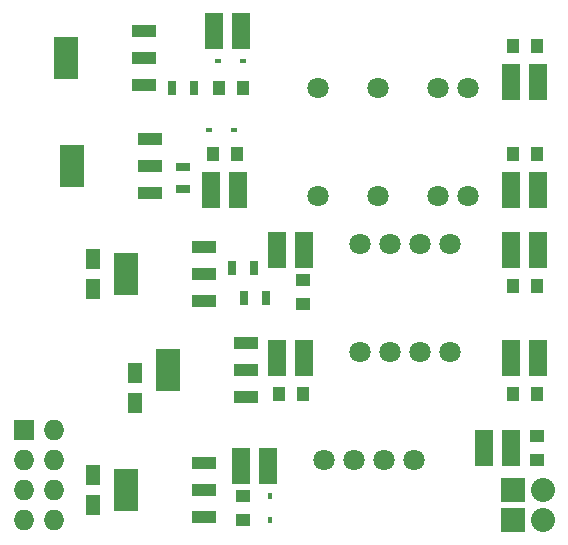
<source format=gts>
G04 #@! TF.FileFunction,Soldermask,Top*
%FSLAX46Y46*%
G04 Gerber Fmt 4.6, Leading zero omitted, Abs format (unit mm)*
G04 Created by KiCad (PCBNEW 4.0.1-3.201512221402+6198~38~ubuntu14.04.1-stable) date Wed 03 Feb 2016 12:10:06 GMT*
%MOMM*%
G01*
G04 APERTURE LIST*
%ADD10C,0.100000*%
%ADD11R,1.250000X1.000000*%
%ADD12R,1.000000X1.250000*%
%ADD13R,1.230000X1.800000*%
%ADD14C,1.800000*%
%ADD15R,1.520000X3.050000*%
%ADD16R,0.700000X1.300000*%
%ADD17R,1.300000X0.700000*%
%ADD18R,2.032000X3.657600*%
%ADD19R,2.032000X1.016000*%
%ADD20R,2.032000X2.032000*%
%ADD21O,2.032000X2.032000*%
%ADD22R,1.727200X1.727200*%
%ADD23O,1.727200X1.727200*%
%ADD24R,0.590000X0.450000*%
%ADD25R,0.450000X0.590000*%
G04 APERTURE END LIST*
D10*
D11*
X147320000Y-140732000D03*
X147320000Y-142732000D03*
D12*
X147304000Y-128016000D03*
X145304000Y-128016000D03*
X147304000Y-137160000D03*
X145304000Y-137160000D03*
X147304000Y-116840000D03*
X145304000Y-116840000D03*
X147304000Y-107696000D03*
X145304000Y-107696000D03*
D11*
X122428000Y-145812000D03*
X122428000Y-147812000D03*
X127508000Y-127524000D03*
X127508000Y-129524000D03*
D12*
X125492000Y-137160000D03*
X127492000Y-137160000D03*
X119904000Y-116840000D03*
X121904000Y-116840000D03*
X120412000Y-111252000D03*
X122412000Y-111252000D03*
D13*
X109728000Y-146598000D03*
X109728000Y-143978000D03*
X113284000Y-137962000D03*
X113284000Y-135342000D03*
D14*
X131826000Y-142748000D03*
X129286000Y-142748000D03*
X134366000Y-142748000D03*
X136906000Y-142748000D03*
X134874000Y-124460000D03*
X132334000Y-124460000D03*
X137414000Y-124460000D03*
X139954000Y-124460000D03*
X134874000Y-133604000D03*
X132334000Y-133604000D03*
X137414000Y-133604000D03*
X139954000Y-133604000D03*
X141478000Y-120396000D03*
X138938000Y-120396000D03*
X133858000Y-120396000D03*
X128778000Y-120396000D03*
X141478000Y-111252000D03*
X138938000Y-111252000D03*
X133858000Y-111252000D03*
X128778000Y-111252000D03*
D15*
X145163000Y-141732000D03*
X142873000Y-141732000D03*
X147449000Y-124968000D03*
X145159000Y-124968000D03*
X147449000Y-134112000D03*
X145159000Y-134112000D03*
X147449000Y-119888000D03*
X145159000Y-119888000D03*
X147449000Y-110744000D03*
X145159000Y-110744000D03*
X124589000Y-143256000D03*
X122299000Y-143256000D03*
X127637000Y-124968000D03*
X125347000Y-124968000D03*
X127637000Y-134112000D03*
X125347000Y-134112000D03*
X122049000Y-119888000D03*
X119759000Y-119888000D03*
X122303000Y-106426000D03*
X120013000Y-106426000D03*
D16*
X122494000Y-129032000D03*
X124394000Y-129032000D03*
X116398000Y-111252000D03*
X118298000Y-111252000D03*
X121478000Y-126492000D03*
X123378000Y-126492000D03*
D17*
X117348000Y-117922000D03*
X117348000Y-119822000D03*
D18*
X107950000Y-117856000D03*
D19*
X114554000Y-117856000D03*
X114554000Y-115570000D03*
X114554000Y-120142000D03*
D18*
X112522000Y-145288000D03*
D19*
X119126000Y-145288000D03*
X119126000Y-143002000D03*
X119126000Y-147574000D03*
D18*
X112522000Y-127000000D03*
D19*
X119126000Y-127000000D03*
X119126000Y-124714000D03*
X119126000Y-129286000D03*
D18*
X107442000Y-108712000D03*
D19*
X114046000Y-108712000D03*
X114046000Y-106426000D03*
X114046000Y-110998000D03*
D18*
X116078000Y-135128000D03*
D19*
X122682000Y-135128000D03*
X122682000Y-132842000D03*
X122682000Y-137414000D03*
D13*
X109728000Y-128310000D03*
X109728000Y-125690000D03*
D20*
X145288000Y-147828000D03*
D21*
X147828000Y-147828000D03*
D22*
X103886000Y-140208000D03*
D23*
X106426000Y-140208000D03*
X103886000Y-142748000D03*
X106426000Y-142748000D03*
X103886000Y-145288000D03*
X106426000Y-145288000D03*
X103886000Y-147828000D03*
X106426000Y-147828000D03*
D20*
X145288000Y-145288000D03*
D21*
X147828000Y-145288000D03*
D24*
X120357000Y-108966000D03*
X122467000Y-108966000D03*
X119595000Y-114808000D03*
X121705000Y-114808000D03*
D25*
X124714000Y-145757000D03*
X124714000Y-147867000D03*
M02*

</source>
